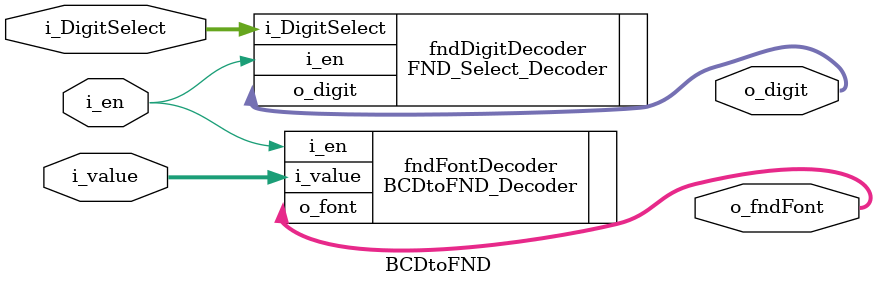
<source format=v>
`timescale 1ns / 1ps

module BCDtoFND(
    input [1:0] i_DigitSelect,
    input [3:0] i_value,
    input i_en,
    output [3:0] o_digit,
    output [7:0] o_fndFont
    );

    FND_Select_Decoder fndDigitDecoder(
    .i_DigitSelect(i_DigitSelect),
    .i_en(i_en),
    .o_digit(o_digit)
    );

    BCDtoFND_Decoder fndFontDecoder(
    .i_value(i_value),
    .i_en(i_en),
    .o_font(o_fndFont)
    );

endmodule

</source>
